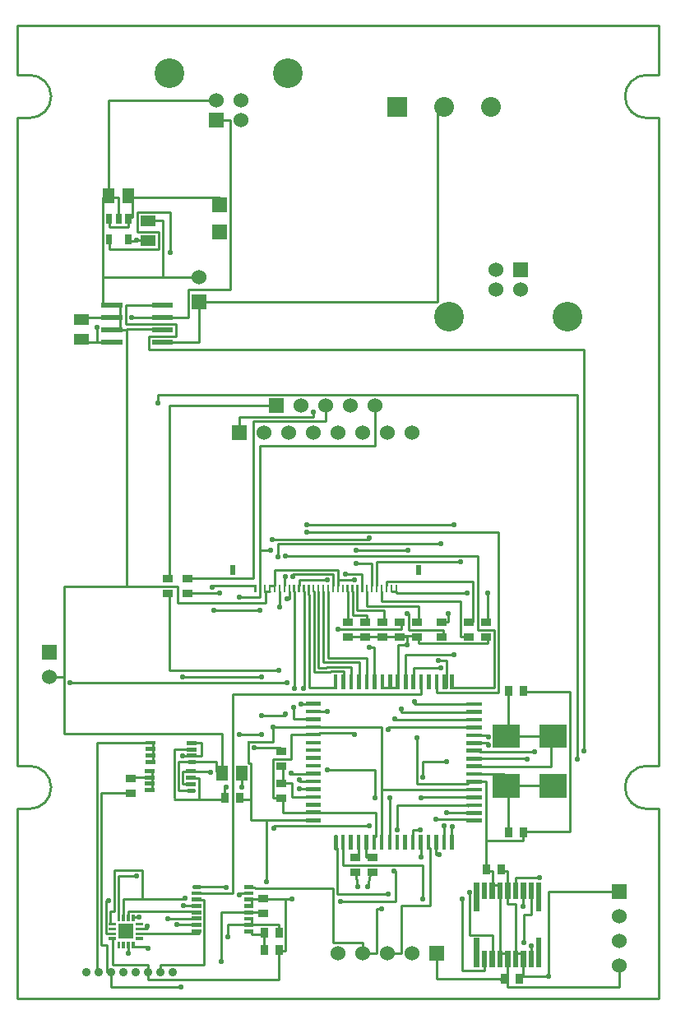
<source format=gbr>
G04 start of page 3 for group 1 idx 3
G04 Title: (unknown), component *
G04 Creator: pcb 20080202 *
G04 CreationDate: Sun 22 Jun 2008 10:51:19 AM GMT UTC *
G04 For: sean *
G04 Format: Gerber/RS-274X *
G04 PCB-Dimensions: 280000 410000 *
G04 PCB-Coordinate-Origin: lower left *
%MOIN*%
%FSLAX24Y24*%
%LNFRONT*%
%ADD11C,0.0100*%
%ADD12C,0.0200*%
%ADD13C,0.0800*%
%ADD14C,0.0600*%
%ADD15C,0.1200*%
%ADD16C,0.0360*%
%ADD17C,0.0220*%
%ADD18C,0.0280*%
%ADD19C,0.0900*%
%ADD20C,0.0380*%
%ADD21C,0.0180*%
%ADD22R,0.0450X0.0450*%
%ADD23R,0.0300X0.0300*%
%ADD24C,0.0160*%
%ADD25R,0.0160X0.0160*%
%ADD26R,0.0079X0.0079*%
%ADD27R,0.0197X0.0197*%
%ADD28R,0.0240X0.0240*%
%ADD29R,0.0200X0.0200*%
%ADD30R,0.0110X0.0110*%
%ADD31R,0.0945X0.0945*%
%ADD32R,0.0150X0.0150*%
%ADD33C,0.0150*%
%ADD34R,0.0216X0.0216*%
G54D11*X27000Y38000D02*Y40000D01*
X18020Y36700D02*X18300D01*
X26500Y36260D02*X27000D01*
Y38000D02*X26500D01*
X1000D02*X1500D01*
Y36260D02*X1000D01*
Y40000D02*X27000D01*
X1000Y38000D02*Y40000D01*
X4700Y36960D02*X9080D01*
X23976Y26860D02*X6330D01*
X7920Y29300D02*X9636D01*
Y36160D01*
X9080D01*
X8350Y28800D02*X18020D01*
X23686Y25030D02*X6710D01*
X12177Y17774D02*X13795D01*
X13992Y17954D02*X11433D01*
X12417Y17344D02*Y17304D01*
Y17344D02*X12444D01*
Y17534D01*
X13554D01*
X13795Y17774D02*Y17304D01*
X13992Y17533D02*Y17954D01*
X14582Y17068D02*X14591D01*
X13997Y17954D02*X13992D01*
X13997D01*
X16157Y17068D02*X16354D01*
X15960Y17304D02*Y17474D01*
X16354Y17068D03*
X15248Y19248D02*Y19188D01*
X11314D02*X15248D01*
X13992Y17304D02*Y17533D01*
X2889Y17280D02*X5419D01*
X13992Y17533D02*X14675D01*
X10842Y22990D02*X15500D01*
Y24600D01*
X10570Y23970D02*X13500D01*
Y24600D01*
X13000Y24350D02*Y24150D01*
X7150Y24600D02*X11500D01*
X10570Y17600D02*Y23970D01*
X11314Y19188D02*Y19187D01*
X13000Y24150D02*X10000D01*
X27000Y580D02*X1000D01*
X11600Y1329D03*
X4810Y1039D02*X7620D01*
X20880Y1029D02*X25400D01*
X22518Y1470D02*X21509D01*
X21350D02*X21509D01*
X21350D01*
X22518D03*
X20880Y1410D02*Y1029D01*
X20750Y1410D02*X20880D01*
X20599Y1310D02*X20750D01*
X20599Y1385D02*Y1310D01*
Y1410D02*Y1385D01*
Y1410D02*X20750D01*
X25400Y1029D02*Y1900D01*
X20599Y1385D02*X18000D01*
X10490Y3300D03*
X11000Y3190D02*X10490D01*
Y4070D02*X10910D01*
Y4020D01*
X11000Y2600D02*Y3190D01*
X15000Y2400D02*X15570D01*
X16000D02*X16570D01*
X20880Y1955D02*Y1410D01*
X20851Y1955D02*X20880Y1410D01*
X18000Y1385D02*Y2400D01*
X20880Y1955D02*X20851D01*
X15570Y2400D02*Y4199D01*
X13784Y5050D02*Y2830D01*
X15000D01*
Y2400D01*
X16570D02*Y4351D01*
X14081Y4509D02*X16325D01*
X15570Y4199D02*X15780D01*
X21509Y4309D02*Y4731D01*
X16570Y4351D02*X17717D01*
X10617Y5050D02*X13784D01*
X5498Y3933D02*Y4118D01*
X8150D01*
X9280Y4070D02*X10270D01*
X8580Y4590D02*Y1950D01*
X9280Y2060D02*Y4070D01*
X8580Y1950D02*X6810D01*
Y1640D01*
X8150Y4118D02*Y4070D01*
Y4330D02*X7720D01*
Y4358D02*Y4330D01*
X8370Y4590D02*X8580D01*
X8370Y5100D02*X9480D01*
Y5080D01*
X10490Y5090D02*X10617D01*
Y5050D01*
X10270Y4840D02*X10000D01*
Y4789D01*
X9720Y4840D02*Y12895D01*
X9400Y9131D02*Y8750D01*
X9480Y9131D02*X9400D01*
X8350Y8650D02*Y9520D01*
X8140D01*
X8350Y8650D02*X9400D01*
X8140Y9780D02*X8834D01*
X9074Y10160D02*X8180D01*
Y10930D02*X8470D01*
Y10420D01*
X8180D01*
X8834Y9780D02*Y9729D01*
X9074Y9770D02*X9300D01*
X9074Y10160D02*Y9770D01*
X9300Y11320D02*Y9770D01*
X8370Y4840D02*X9720D01*
X4862Y1950D02*Y3004D01*
X6310Y1950D02*Y1640D01*
X11600Y2500D02*Y1329D01*
X6310D01*
X11880Y4620D02*Y2500D01*
X11600D01*
X11095Y7800D02*Y5299D01*
X10455Y8650D02*Y7800D01*
X11095D01*
X11385Y7575D02*Y7475D01*
X11750Y8120D03*
Y8700D02*Y8120D01*
X1500Y8260D02*X1000D01*
X4221Y10940D02*X6290D01*
X1000Y8260D02*Y580D01*
X6310Y1640D02*Y1329D01*
Y1950D02*X4862D01*
X4221Y10940D02*Y1640D01*
X4401Y8900D02*Y2739D01*
X6510Y10940D02*Y10760D01*
Y10170D02*Y10430D01*
Y10510D02*Y10680D01*
X5650Y9530D02*X6250D01*
X5650D02*Y9500D01*
X2889Y11320D02*X9300D01*
X7960Y10670D02*X7350D01*
X7960Y10420D02*X7690D01*
Y10400D01*
X6470Y9020D02*Y9280D01*
Y9405D02*Y9280D01*
Y9530D02*Y9405D01*
Y9790D02*Y9530D01*
Y9405D02*Y9280D01*
Y9405D02*Y9530D01*
X7350Y10670D02*Y8700D01*
X11750Y9300D02*Y10000D01*
X11874Y12110D02*Y12029D01*
X10890D01*
X7350Y8650D02*X8350D01*
X7530Y9010D02*X7920D01*
X7710Y9780D02*X7920D01*
X7710D02*Y9270D01*
X7920D01*
X7960Y10160D02*X7530D01*
Y9010D02*Y10160D01*
X11370Y8700D02*X11650D01*
X11370Y10280D02*Y8700D01*
X15770Y9040D02*X19280D01*
Y9360D02*Y9270D01*
X17190D02*X19280D01*
X18405Y10175D02*X17430D01*
X17376Y8730D02*X19280D01*
X17430Y10175D02*Y9535D01*
X17350Y6325D02*Y6670D01*
X16325Y5740D02*Y4509D01*
X16259Y5740D02*X16325D01*
X16259D02*X16260D01*
X16389Y7395D02*Y8410D01*
X17717Y4351D02*Y6670D01*
X17660D02*X17717D01*
X17980D02*Y6404D01*
X18085D01*
X19280Y7847D02*Y7790D01*
X17963Y7847D02*X19280D01*
X18610Y7527D02*Y7130D01*
Y7527D02*X18645D01*
X18290Y7591D02*Y7130D01*
X18405Y8100D02*X19280D01*
Y8410D02*Y8382D01*
X16389Y8410D02*X19280D01*
X13230Y11580D02*X15770D01*
Y9040D01*
X13230Y11340D02*Y11270D01*
X14675Y11340D02*X13230D01*
X14675D02*Y11260D01*
X15512Y9840D02*X13575D01*
X17376Y8730D02*Y8692D01*
X17190Y11150D02*Y9270D01*
X12110Y11270D02*Y10280D01*
X12770Y11270D02*X12110D01*
X15512Y9840D02*Y8720D01*
X22636Y9990D02*Y11204D01*
X20903Y9196D02*X22636D01*
X20903D02*Y7350D01*
X19740Y9670D02*X20746D01*
Y9196D01*
X20000Y9360D02*Y6969D01*
X19740Y9360D02*X20000D01*
X20250Y5750D02*Y5183D01*
X23396Y7350D02*Y13000D01*
X21510D01*
X20000Y6969D02*X21510D01*
Y7250D01*
X15140Y6300D02*X15350D01*
X15140Y6670D02*Y6300D01*
X11385Y7575D02*X15255D01*
X14830Y6670D02*Y6300D01*
X15350Y5700D02*Y5600D01*
Y5700D02*Y5600D01*
X13230Y8120D02*X15530D01*
X15770Y9040D02*Y7130D01*
X15530Y8120D02*Y7130D01*
X15460D02*X15530D01*
X11750Y8120D02*X12770D01*
X16090Y7130D02*Y8720D01*
X26500Y8260D02*X27000D01*
Y580D01*
X25400Y4900D03*
X14800Y5100D02*X14700Y5700D01*
X15200Y5100D02*X15300Y5600D01*
X20880Y5183D02*Y5750D01*
X15350Y5700D02*Y5600D01*
X14750D02*X14700Y5700D01*
X14750D02*Y5600D01*
X17345Y7395D02*X17030D01*
X17420Y5980D02*Y4603D01*
X17030Y7130D02*Y7395D01*
X14200Y6670D02*Y5980D01*
X17420D01*
X13890Y6670D02*X13964D01*
Y4820D01*
X16020D01*
X20880Y5750D02*X20600D01*
X20880Y4412D02*Y4731D01*
X21509Y2408D02*X21194D01*
X21509Y1470D02*Y1955D01*
X21194Y4412D02*Y2408D01*
Y4412D02*X20880D01*
X20564Y2408D02*X20722D01*
Y2408D02*Y2408D01*
Y2408D02*X20880D01*
X20564Y4730D02*Y2408D01*
X19021Y4603D02*Y1717D01*
X19321Y4860D02*Y3158D01*
X19021Y1717D02*X19935D01*
Y1955D01*
X19321Y3158D02*X20250D01*
X22518Y1470D02*Y4900D01*
X21524Y3989D02*Y2830D01*
X21824Y2706D02*Y2408D01*
X25400Y4900D02*X22518D01*
X20000Y6969D02*Y5850D01*
Y5750D02*X20250D01*
X20903Y7350D02*X20910D01*
X20250Y5183D02*X20564D01*
X20250Y3158D02*Y2408D01*
X21524Y3989D02*X21824D01*
Y4731D01*
X22173Y5482D02*X21194D01*
Y5183D02*Y5482D01*
X21510Y7350D02*X23396D01*
X10490Y4580D02*Y4330D01*
Y4620D02*Y4580D01*
X7800Y4658D02*Y4598D01*
X10490Y3560D02*Y3810D01*
X9520Y3560D02*Y3060D01*
Y3560D02*X10270D01*
X10490Y3300D02*Y3190D01*
Y4620D02*X10910D01*
X12140D02*X11880D01*
X11010D01*
X5301Y4598D02*X6073D01*
X6308Y2666D02*Y2611D01*
X6033Y3201D02*X8370D01*
Y3310D01*
X7480Y3560D02*X8150D01*
X7100Y3820D02*X8150D01*
X4810Y1640D02*Y1039D01*
X4581Y3201D02*X4766D01*
X4581D02*Y4538D01*
X4683D01*
X4766Y4118D02*X4924D01*
X4766D02*Y3595D01*
X5301Y4598D02*Y3933D01*
X10490Y3560D02*X10645D01*
Y3570D02*Y3560D01*
Y3570D02*X11600D01*
Y3290D01*
X4221Y1640D02*X4310D01*
X4810D02*X4625D01*
Y2739D01*
X4401D01*
X6033Y3398D02*X6279D01*
Y3510D02*Y3398D01*
X5695Y2666D02*X6308D01*
X5940Y3878D02*X5695D01*
X5498Y2666D02*Y2420D01*
X5510D01*
X5104Y3933D02*Y5550D01*
X4924Y5790D02*Y4118D01*
X5104Y5550D02*X5833D01*
X4924Y5790D02*X6073D01*
Y4598D02*Y5790D01*
Y4598D02*X7800D01*
X6510Y10760D02*Y10680D01*
Y10510D02*Y10430D01*
X4401Y8900D02*X5550D01*
X12117Y9300D02*X11750D01*
X12770Y9060D02*X12431D01*
Y9073D02*Y9060D01*
X10455Y10125D02*Y8650D01*
X10100Y9131D02*Y9630D01*
X10455Y8650D02*X10000D01*
X11363Y11580D02*X12770D01*
X11095Y7800D02*X12770D01*
X12117Y8750D02*Y9300D01*
Y8750D02*X12770D01*
Y9380D02*X12422D01*
Y9430D02*Y9380D01*
X12106Y9690D02*X12770D01*
X12106D02*Y9717D01*
X11363Y10971D02*X10360D01*
D03*
Y10125D01*
X10455D01*
X11370Y10280D02*X12110D01*
X1000Y36260D02*Y10000D01*
X1500D01*
X2889Y13600D02*Y11320D01*
Y17280D02*Y13600D01*
X6330Y27420D02*Y26860D01*
Y27420D02*X7440D01*
X5395Y27915D02*Y28670D01*
X6560D01*
Y27720D02*Y27670D01*
X5160Y28670D02*Y28170D01*
X7440Y27915D02*Y27420D01*
Y27915D02*X5395D01*
X7210Y28170D02*X7920D01*
Y29300D01*
X5635Y28170D02*X6560D01*
X8350Y27170D02*Y28800D01*
X7210Y27170D02*X8350D01*
X5419Y27670D02*X5160D01*
X4219Y27780D02*Y27170D01*
X5160Y27670D02*Y28170D01*
X3670Y27300D02*Y27170D01*
X4219D01*
X4510D01*
X5815Y31300D02*Y31277D01*
X7195Y32455D02*Y30817D01*
Y32455D02*X5875D01*
Y31655D01*
X6725D01*
Y30944D01*
X3670Y28170D02*X4510D01*
X3670D02*Y28100D01*
X6905Y29800D02*X8350D01*
X6905D02*Y32100D01*
X6370D01*
X5655Y33030D02*X9200D01*
Y32750D01*
X5815Y31277D02*X5495D01*
X5815Y31300D02*X6230D01*
X4465Y29800D02*Y33030D01*
Y29800D02*X6905D01*
X4715Y30944D02*X6725D01*
X4715D02*Y31277D01*
X5495Y31846D02*Y32097D01*
X4715Y31846D02*X5495D01*
X4715Y32097D02*Y31846D01*
X5500Y33030D02*X5655D01*
X5500D02*X5655D01*
X4700Y33170D02*Y36960D01*
Y33030D02*X5105D01*
X5655Y32257D02*Y33030D01*
X5105D02*Y32257D01*
X4465Y33030D02*X4700D01*
X5495Y32257D02*X5655D01*
X7500Y16605D02*Y17280D01*
X4465Y29800D02*Y28670D01*
X5419Y27720D02*Y27670D01*
Y27720D02*X6560D01*
X27000Y36260D02*Y10020D01*
Y10000D02*X26500D01*
X23976Y26860D02*Y10608D01*
X23686Y25030D02*Y10281D01*
X18976Y18261D02*Y18261D01*
X18020Y28800D02*Y36700D01*
X18710Y19788D02*Y19787D01*
X18155Y19021D02*Y19021D01*
Y19021D02*Y19021D01*
X17250Y15240D02*Y14959D01*
X20050D01*
Y15240D01*
X19740Y11250D02*X20083D01*
Y11175D01*
X19740Y10930D02*X20083D01*
D03*
Y10855D01*
X20903Y13000D02*Y11204D01*
Y13000D02*X20910D01*
X22636Y11204D02*X20903D01*
X19740Y9990D02*X22636D01*
Y9988D01*
Y9990D01*
X19740Y10300D02*X21673D01*
Y10281D01*
X18405Y10175D02*Y10175D01*
Y10175D02*Y10175D01*
X19460Y17474D02*Y15840D01*
X19670Y18514D02*Y15520D01*
X20510Y19488D02*Y12974D01*
X18970Y16660D02*Y15240D01*
X19250D01*
X19670Y15520D02*X20330D01*
Y13180D01*
X17050Y13640D02*Y13965D01*
X18172D01*
X18710Y14505D02*X16740D01*
Y13640D01*
X16420Y14900D02*Y13640D01*
X20330Y13180D02*X18620D01*
X20510Y12974D02*X18000D01*
Y13180D01*
X18075Y14265D02*X18413D01*
Y13180D01*
X18310D01*
X19280Y12510D02*X17097D01*
Y12620D02*Y12510D01*
X19280Y12190D02*X16552D01*
Y12317D01*
X16354Y17068D02*Y17018D01*
X19220D01*
X20050Y17018D02*Y15840D01*
X18451Y16180D02*Y15840D01*
X18250D01*
X16550Y15290D02*X17150D01*
Y15240D01*
X16807Y16180D02*X16870D01*
Y15520D01*
X16792Y14900D02*X16420D01*
X16550Y15290D02*Y15240D01*
X16792D02*Y14900D01*
Y15240D02*X16550D01*
X9720Y12895D02*X17370D01*
X12827Y13180D02*X13900D01*
X12614Y13135D02*X12587D01*
X12505Y12520D02*X12770D01*
X12220Y13135D02*X12237D01*
X16420Y13180D02*X15790D01*
X17370Y12895D02*Y13180D01*
X19740Y10620D02*Y10573D01*
X21973D01*
X13554Y12210D02*X13230D01*
X12205Y12370D02*Y11900D01*
X12770D01*
X19280Y11880D02*X16292D01*
Y11915D02*Y11880D01*
X19280Y11560D02*X16031D01*
Y11469D01*
X18155Y19021D02*Y19008D01*
X14736Y18754D02*X16825D01*
X15960Y17474D02*X19460D01*
X15566Y18261D02*X18976D01*
X15370Y18194D02*X14736D01*
X14976Y17774D02*X14306D01*
X11854Y18514D02*X19670D01*
X12747Y19488D02*X20510D01*
X12747Y19788D02*X18710D01*
X11554Y19008D02*X18155D01*
X10842Y18754D02*X11253D01*
X10842Y17304D02*Y18754D01*
X11055Y17068D02*X11039D01*
X7950Y17600D02*X10570D01*
D03*
X12177Y17774D02*Y17664D01*
X15763Y17068D02*Y16660D01*
X15566Y18261D02*Y17304D01*
X15370D02*Y18194D01*
X14976Y17304D02*Y17774D01*
X5419Y17280D02*X7500D01*
X6510Y10680D02*Y10760D01*
Y10430D02*Y10510D01*
X7150Y13864D02*Y17000D01*
X2889Y13600D02*X2300D01*
X11920Y13374D02*X3129D01*
X11363Y11580D02*Y10971D01*
X10004Y11277D02*X10900D01*
X11650Y10731D02*Y10600D01*
X10600Y10731D02*X11650D01*
X11603Y13864D02*X7150D01*
X11055Y16605D02*X7500D01*
X7707Y13619D02*X10890D01*
X11826Y17304D02*Y17664D01*
X11854D01*
X11630Y17068D02*Y16441D01*
X8950Y16311D02*X10833D01*
X11433Y17304D02*X11236D01*
Y17068D02*X11055D01*
X8890Y17304D02*X10645D01*
X8890D02*Y17240D01*
X11554Y18461D02*Y19008D01*
X10000Y24150D02*Y23500D01*
X10842Y18754D02*Y22990D01*
X11433Y17954D02*Y17304D01*
X9190Y17000D02*X7950D01*
X7150Y17600D02*Y24600D01*
X6710Y25030D02*Y24699D01*
X5419Y17280D02*Y27670D01*
X10842Y17068D02*Y16845D01*
X10009D01*
X11055Y17018D02*Y16605D01*
Y17018D02*Y17068D01*
X11039D02*X11055Y17018D01*
Y17068D02*Y17018D01*
X12023Y17068D02*Y16759D01*
X11915D01*
X13007Y17068D02*X13016D01*
X12811D02*Y16949D01*
X12827D01*
X15763Y16660D02*X18970D01*
X16870Y15520D02*X18250D01*
Y15240D01*
X17250Y16480D02*Y15840D01*
X15850Y16300D02*Y15840D01*
X16450Y15240D02*X15850D01*
X15173Y17068D02*Y16480D01*
X14779Y17068D02*Y16300D01*
X14591Y17068D02*Y16120D01*
X13598Y14385D02*X15160D01*
X14385Y17068D02*Y15840D01*
X13598Y17068D02*Y14385D01*
X13401Y17068D02*Y14205D01*
X13204Y17068D02*Y13974D01*
X13016Y17068D02*Y13794D01*
X12827Y16949D02*Y13180D01*
X12614Y17068D02*Y13135D01*
X12220Y17068D02*Y13135D01*
X13401Y14205D02*X14850D01*
X13515Y14025D02*X14530D01*
X13204Y13974D02*X13515D01*
Y14025D02*Y13974D01*
X13016Y13794D02*X13695D01*
Y13845D02*Y13794D01*
Y13845D02*X14220D01*
X15173Y16480D02*X17250D01*
X16550Y15540D02*Y15840D01*
X15480Y13640D02*Y14820D01*
X15248D01*
X15160Y14385D02*Y13640D01*
X14850Y14205D02*Y13640D01*
X14530Y14025D02*Y13640D01*
X14220Y13845D02*Y13640D01*
X14010Y15540D02*X16550D01*
X14779Y16300D02*X15850D01*
X14591Y16120D02*X15150D01*
Y15840D01*
X15050Y15240D02*X14450D01*
X15750D02*X15150D01*
X1500Y10000D02*G75*G02X2370Y9130I0J-870D01*G01*
G75*G02X1500Y8260I-870J0D01*G01*
X26500Y10000D02*G75*G03X25630Y9130I0J-870D01*G01*
G75*G03X26500Y8260I870J0D01*G01*
X1500Y38000D02*G75*G02X2370Y37130I0J-870D01*G01*
G75*G02X1500Y36260I-870J0D01*G01*
X25630Y37130D02*G75*G03X26500Y36260I870J0D01*G01*
Y38000D02*G75*G03X25630Y37130I0J-870D01*G01*
G54D12*G36*
X16000Y37100D02*Y36300D01*
X16800D01*
Y37100D01*
X16000D01*
G37*
G54D13*X18300Y36700D03*
X20200D03*
G54D14*X10080Y36960D03*
G54D15*X11980Y38060D03*
G54D14*X9080Y36960D03*
G54D15*X7180Y38060D03*
G54D12*G36*
X25100Y5200D02*Y4600D01*
X25700D01*
Y5200D01*
X25100D01*
G37*
G54D14*X25400Y3900D03*
Y2900D03*
Y1900D03*
G54D16*X7310Y1640D03*
X6810D03*
X6310D03*
X5810D03*
X5310D03*
X4810D03*
X4310D03*
X3810D03*
G54D12*G36*
X17700Y2700D02*Y2100D01*
X18300D01*
Y2700D01*
X17700D01*
G37*
G54D14*X17000Y2400D03*
X16000D03*
X15000D03*
X14000D03*
G54D12*G36*
X2000Y14900D02*Y14300D01*
X2600D01*
Y14900D01*
X2000D01*
G37*
G54D14*X2300Y13600D03*
G54D12*G36*
X8050Y29100D02*Y28500D01*
X8650D01*
Y29100D01*
X8050D01*
G37*
G54D14*X8350Y29800D03*
G54D12*G36*
X8780Y36460D02*Y35860D01*
X9380D01*
Y36460D01*
X8780D01*
G37*
G54D14*X10080Y36160D03*
G54D12*G36*
X8900Y33050D02*Y32450D01*
X9500D01*
Y33050D01*
X8900D01*
G37*
G36*
X8906Y31947D02*Y31347D01*
X9506D01*
Y31947D01*
X8906D01*
G37*
G36*
X11200Y24900D02*Y24300D01*
X11800D01*
Y24900D01*
X11200D01*
G37*
G36*
X9700Y23800D02*Y23200D01*
X10300D01*
Y23800D01*
X9700D01*
G37*
G54D14*X11000Y23500D03*
X12000D03*
X12500Y24600D03*
X13000Y23500D03*
X13500Y24600D03*
X14000Y23500D03*
X15000D03*
X16000D03*
X17000D03*
X14500Y24600D03*
X15500D03*
G54D12*G36*
X21100Y30400D02*Y29800D01*
X21700D01*
Y30400D01*
X21100D01*
G37*
G54D14*X20400Y30100D03*
Y29300D03*
X21400D03*
G54D15*X23300Y28200D03*
X18500D03*
G54D17*X14800Y5100D03*
X15200D03*
X16020Y4820D03*
X15780Y4199D03*
X22518Y1470D03*
X21524Y2830D03*
X21824Y2706D03*
X22173Y5482D03*
X17420Y4603D03*
X19021Y4603D03*
X19321Y4860D03*
X21509Y4309D03*
X14081Y4509D03*
X16260Y5740D03*
X11095Y5299D03*
X11385Y7475D03*
X12140Y4620D03*
X7800Y4658D03*
X9480Y9131D03*
X9520Y3060D03*
X9480Y5080D03*
X9280Y2060D03*
X10100Y9131D03*
X10600Y10731D03*
X8834Y9729D03*
X10000Y4789D03*
X12422Y9430D03*
X12106Y9717D03*
X12431Y9073D03*
X21973Y10573D03*
X23976Y10608D03*
X17430Y9535D03*
X18405Y10175D03*
X21673Y10281D03*
X23686D03*
X20083Y10855D03*
X17376Y8692D03*
X16090Y8720D03*
X15512D03*
X13575Y9840D03*
X15255Y7575D03*
X17345Y7395D03*
X17350Y6325D03*
X16389Y7395D03*
X17963Y7847D03*
X18085Y6404D03*
X18645Y7527D03*
X18290Y7591D03*
X18405Y8100D03*
X10009Y16845D03*
X6710Y24699D03*
X8890Y17240D03*
X9190Y17000D03*
X11314Y19187D03*
X13000Y24350D03*
X5815Y31300D03*
X4219Y27780D03*
X5635Y28170D03*
X7195Y30817D03*
X5833Y5550D03*
X4683Y4538D03*
X6279Y3510D03*
X7480Y3560D03*
X7100Y3820D03*
X5940Y3878D03*
X6308Y2611D03*
X7620Y1039D03*
X5510Y2420D03*
X7720Y4358D03*
X3129Y13374D03*
X7690Y10400D03*
X11253Y18754D03*
X12177Y17664D03*
X11854D03*
X11854Y18514D03*
X8950Y16311D03*
X7707Y13619D03*
X10833Y16311D03*
X11603Y13864D03*
X10900Y11277D03*
X10004D03*
X11874Y12110D03*
X10890Y12029D03*
Y13619D03*
X11363Y11580D03*
X16031Y11469D03*
X14675Y11260D03*
X18451Y16180D03*
X20083Y11175D03*
X18172Y13965D03*
X18710Y14505D03*
X16807Y16180D03*
X16792Y14900D03*
X19220Y17018D03*
X20050Y17018D03*
X18976Y18261D03*
X18710Y19787D03*
X18155Y19021D03*
X18075Y14265D03*
X17097Y12620D03*
X16552Y12317D03*
X16292Y11915D03*
X17190Y11150D03*
X14736Y18194D03*
X14736Y18754D03*
X16825D03*
X15248Y19248D03*
X14306Y17774D03*
X12747Y19488D03*
Y19788D03*
X13554Y17534D03*
X11554Y18461D03*
X14675Y17533D03*
X14010Y15540D03*
X15248Y14820D03*
X11915Y16759D03*
X11630Y16441D03*
X11920Y13374D03*
X12587Y13135D03*
X12505Y12520D03*
X13554Y12210D03*
X12237Y13135D03*
X12205Y12370D03*
G54D22*X10100Y9770D02*Y9630D01*
X9300Y9770D02*Y9630D01*
G54D23*X10000Y8750D02*Y8650D01*
X9400Y8750D02*Y8650D01*
G54D24*X7920Y9010D02*X8140D01*
G54D25*X7920Y9270D02*X8140D01*
X7920Y9520D02*X8140D01*
X7920Y9780D02*X8140D01*
G54D24*X7960Y10160D02*X8180D01*
G54D23*X5550Y8900D02*X5650D01*
X5550Y9500D02*X5650D01*
G54D25*X6250Y9790D02*X6470D01*
X6250Y9530D02*X6470D01*
X6250Y9280D02*X6470D01*
X6250Y9020D02*X6470D01*
X7960Y10420D02*X8180D01*
X7960Y10670D02*X8180D01*
X7960Y10930D02*X8180D01*
X6290Y10940D02*X6510D01*
X6290Y10680D02*X6510D01*
X6290Y10430D02*X6510D01*
X6290Y10170D02*X6510D01*
G54D23*X7850Y17000D02*X7950D01*
X7050D02*X7150D01*
X7850Y17600D02*X7950D01*
X7050D02*X7150D01*
X11650Y8700D02*X11750D01*
X11650Y9300D02*X11750D01*
X11650Y10000D02*X11750D01*
X11650Y10600D02*X11750D01*
G54D26*X12023Y17304D02*Y17068D01*
X11826Y17304D02*Y17068D01*
X11630Y17304D02*Y17068D01*
X11433Y17304D02*Y17068D01*
X11236Y17304D02*Y17068D01*
X11039Y17304D02*Y17068D01*
X10842Y17304D02*Y17068D01*
X10645Y17304D02*Y17068D01*
G54D27*X9720Y18033D02*Y17836D01*
G54D28*X4715Y32257D02*Y32097D01*
X5105Y32257D02*Y32097D01*
X5495Y32257D02*Y32097D01*
X4715Y31437D02*Y31277D01*
X5495Y31437D02*Y31277D01*
G54D22*X6230Y32100D02*X6370D01*
X6230Y31300D02*X6370D01*
X4700Y33170D02*Y33030D01*
X5500Y33170D02*Y33030D01*
G54D29*X4510Y28670D02*X5160D01*
X4510Y28170D02*X5160D01*
X4510Y27670D02*X5160D01*
X4510Y27170D02*X5160D01*
X6560D02*X7210D01*
X6560Y27670D02*X7210D01*
X6560Y28170D02*X7210D01*
X6560Y28670D02*X7210D01*
G54D22*X3530Y27300D02*X3670D01*
X3530Y28100D02*X3670D01*
G54D24*X8150Y5100D02*X8370D01*
G54D25*X8150Y4840D02*X8370D01*
X8150Y4590D02*X8370D01*
X8150Y4330D02*X8370D01*
X8150Y4070D02*X8370D01*
X8150Y3820D02*X8370D01*
X8150Y3560D02*X8370D01*
X8150Y3310D02*X8370D01*
G54D30*X5868Y3004D02*X6033D01*
X5868Y3201D02*X6033D01*
X5868Y3398D02*X6033D01*
X5868Y3595D02*X6033D01*
X5695Y3933D02*Y3768D01*
X5498Y3933D02*Y3768D01*
X5301Y3933D02*Y3768D01*
X5104Y3933D02*Y3768D01*
X4766Y3595D02*X4931D01*
X4766Y3398D02*X4931D01*
X4766Y3201D02*X4931D01*
X5498Y2831D02*Y2666D01*
X5695Y2831D02*Y2666D01*
X4766Y3004D02*X4931D01*
X5104Y2831D02*Y2666D01*
X5301Y2831D02*Y2666D01*
G54D12*G36*
X5104Y3595D02*Y3004D01*
X5695D01*
Y3595D01*
X5104D01*
G37*
G54D25*X10270Y3300D02*X10490D01*
G54D23*X11000Y3290D02*Y3190D01*
X11600Y3290D02*Y3190D01*
G54D25*X10270Y3560D02*X10490D01*
X10270Y3810D02*X10490D01*
X10270Y4070D02*X10490D01*
X10270Y4330D02*X10490D01*
X10270Y4580D02*X10490D01*
X10270Y4840D02*X10490D01*
X10270Y5090D02*X10490D01*
G54D23*X10910Y4620D02*X11010D01*
X10910Y4020D02*X11010D01*
X11000Y2600D02*Y2500D01*
X11600Y2600D02*Y2500D01*
X18150Y15240D02*X18250D01*
X17150D02*X17250D01*
X18150Y15840D02*X18250D01*
X17150D02*X17250D01*
X15750D02*X15850D01*
X16450Y15240D02*X16550D01*
X15050D02*X15150D01*
X15750D02*X15850D01*
X19250D02*X19350D01*
X19950D02*X20050D01*
X19250Y15840D02*X19350D01*
X19950D02*X20050D01*
X14350Y15240D02*X14450D01*
X14350Y15840D02*X14450D01*
X15050D02*X15150D01*
G54D31*X22636Y11204D02*X22793D01*
X20746D02*X20903D01*
X22636Y9196D02*X22793D01*
X20746D02*X20903D01*
G54D32*X19280Y8730D02*X19740D01*
X19280Y9040D02*X19740D01*
X19280Y9360D02*X19740D01*
X19280Y9670D02*X19740D01*
X19280Y9990D02*X19740D01*
X19280Y10300D02*X19740D01*
X19280Y10620D02*X19740D01*
X19280Y10930D02*X19740D01*
X19280Y11250D02*X19740D01*
X19280Y11560D02*X19740D01*
X19280Y11880D02*X19740D01*
X19280Y12190D02*X19740D01*
X19280Y12510D02*X19740D01*
X18620Y13640D02*Y13180D01*
X18310Y13640D02*Y13180D01*
X18000Y13640D02*Y13180D01*
G54D23*X21510Y13100D02*Y13000D01*
X20910Y13100D02*Y13000D01*
X16450Y15840D02*X16550D01*
G54D27*X17279Y18033D02*Y17836D01*
G54D26*X16354Y17304D02*Y17068D01*
X16157Y17304D02*Y17068D01*
X15960Y17304D02*Y17068D01*
X15763Y17304D02*Y17068D01*
X15566Y17304D02*Y17068D01*
X15370Y17304D02*Y17068D01*
X15173Y17304D02*Y17068D01*
X14976Y17304D02*Y17068D01*
X14779Y17304D02*Y17068D01*
X14582Y17304D02*Y17068D01*
X14385Y17304D02*Y17068D01*
X14189Y17304D02*Y17068D01*
X13992Y17304D02*Y17068D01*
X13795Y17304D02*Y17068D01*
X13598Y17304D02*Y17068D01*
X13401Y17304D02*Y17068D01*
X13204Y17304D02*Y17068D01*
X13007Y17304D02*Y17068D01*
X12811Y17304D02*Y17068D01*
X12614Y17304D02*Y17068D01*
X12417Y17304D02*Y17068D01*
X12220Y17304D02*Y17068D01*
G54D23*X14650Y5700D02*X14750D01*
X15350D02*X15450D01*
G54D33*X13890Y7130D02*Y6670D01*
G54D32*X14200Y7130D02*Y6670D01*
X14510Y7130D02*Y6670D01*
G54D23*X14650Y6300D02*X14750D01*
X15350D02*X15450D01*
G54D32*X14830Y7130D02*Y6670D01*
X15140Y7130D02*Y6670D01*
X15460Y7130D02*Y6670D01*
X15770Y7130D02*Y6670D01*
X16090Y7130D02*Y6670D01*
X16400Y7130D02*Y6670D01*
X17680Y13640D02*Y13180D01*
X17370Y13640D02*Y13180D01*
X17050Y13640D02*Y13180D01*
X16740Y13640D02*Y13180D01*
X16420Y13640D02*Y13180D01*
X16110Y13640D02*Y13180D01*
X15790Y13640D02*Y13180D01*
X15480Y13640D02*Y13180D01*
X15160Y13640D02*Y13180D01*
X14850Y13640D02*Y13180D01*
X14530Y13640D02*Y13180D01*
X14220Y13640D02*Y13180D01*
X13900Y13640D02*Y13180D01*
X12770Y12520D02*X13230D01*
X12770Y12210D02*X13230D01*
X12770Y11900D02*X13230D01*
X12770Y11580D02*X13230D01*
X12770Y11270D02*X13230D01*
X12770Y10950D02*X13230D01*
X12770Y10640D02*X13230D01*
X12770Y10320D02*X13230D01*
X12770Y10010D02*X13230D01*
X12770Y9690D02*X13230D01*
X12770Y9380D02*X13230D01*
X12770Y9060D02*X13230D01*
X12770Y8750D02*X13230D01*
X12770Y8430D02*X13230D01*
X12770Y8120D02*X13230D01*
X12770Y7800D02*X13230D01*
X16720Y7130D02*Y6670D01*
X17030Y7130D02*Y6670D01*
X17350Y7130D02*Y6670D01*
X17660Y7130D02*Y6670D01*
X17980Y7130D02*Y6670D01*
X18290Y7130D02*Y6670D01*
X18610Y7130D02*Y6670D01*
X19280Y7790D02*X19740D01*
X19280Y8100D02*X19740D01*
X19280Y8410D02*X19740D01*
G54D23*X21510Y7350D02*Y7250D01*
X20910Y7350D02*Y7250D01*
G54D34*X19620Y2920D02*Y1955D01*
X19935Y2408D02*Y1955D01*
X20250Y2408D02*Y1955D01*
X20564Y2408D02*Y1955D01*
X20880Y2408D02*Y1955D01*
X21194Y2408D02*Y1955D01*
X21509Y2408D02*Y1955D01*
X21824Y2408D02*Y1955D01*
G54D23*X21350Y1410D02*Y1310D01*
X20750Y1410D02*Y1310D01*
G54D34*X22139Y2920D02*Y1955D01*
Y5183D02*Y4219D01*
X21824Y5183D02*Y4731D01*
X21509Y5183D02*Y4731D01*
X21194Y5183D02*Y4731D01*
X20880Y5183D02*Y4731D01*
X20564Y5183D02*Y4730D01*
X20250Y5183D02*Y4731D01*
X19935Y5183D02*Y4731D01*
X19620Y5183D02*Y4219D01*
G54D23*X20600Y5850D02*Y5750D01*
X20000Y5850D02*Y5750D01*
G54D14*G54D18*G54D19*G54D18*G54D19*G54D20*G54D12*G54D20*G54D18*G54D20*G54D18*G54D19*G54D21*M02*

</source>
